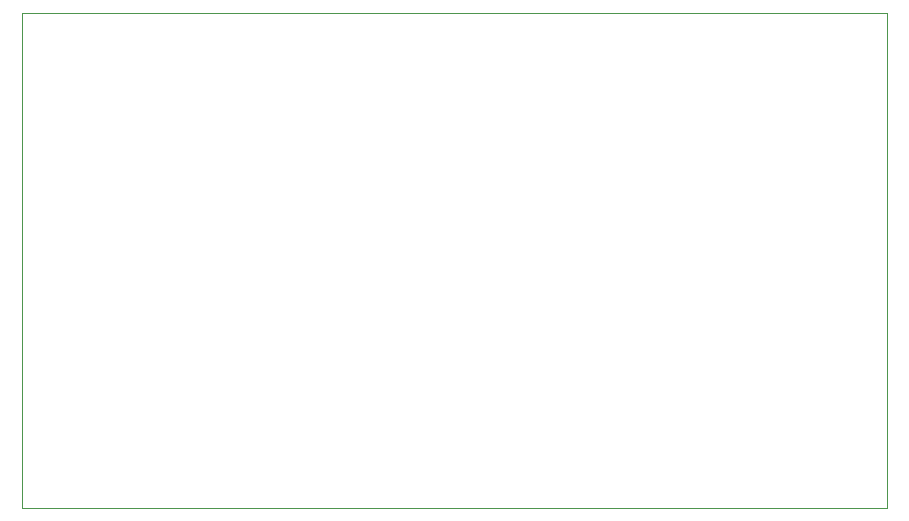
<source format=gbr>
%TF.GenerationSoftware,KiCad,Pcbnew,(5.1.9)-1*%
%TF.CreationDate,2022-08-25T12:46:07+02:00*%
%TF.ProjectId,electric_angle_actuator,656c6563-7472-4696-935f-616e676c655f,rev?*%
%TF.SameCoordinates,Original*%
%TF.FileFunction,Profile,NP*%
%FSLAX46Y46*%
G04 Gerber Fmt 4.6, Leading zero omitted, Abs format (unit mm)*
G04 Created by KiCad (PCBNEW (5.1.9)-1) date 2022-08-25 12:46:07*
%MOMM*%
%LPD*%
G01*
G04 APERTURE LIST*
%TA.AperFunction,Profile*%
%ADD10C,0.100000*%
%TD*%
G04 APERTURE END LIST*
D10*
X199600000Y-58420000D02*
X199600000Y-100330000D01*
X126415800Y-58420000D02*
X199600000Y-58420000D01*
X126415800Y-100330000D02*
X126415800Y-58420000D01*
X199600000Y-100330000D02*
X126415800Y-100330000D01*
M02*

</source>
